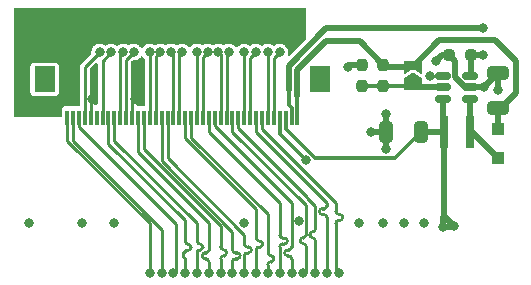
<source format=gbr>
G04 #@! TF.GenerationSoftware,KiCad,Pcbnew,6.0.7-1.fc35*
G04 #@! TF.CreationDate,2022-09-05T19:13:25-05:00*
G04 #@! TF.ProjectId,lcd-adapter,6c63642d-6164-4617-9074-65722e6b6963,rev?*
G04 #@! TF.SameCoordinates,Original*
G04 #@! TF.FileFunction,Copper,L1,Top*
G04 #@! TF.FilePolarity,Positive*
%FSLAX46Y46*%
G04 Gerber Fmt 4.6, Leading zero omitted, Abs format (unit mm)*
G04 Created by KiCad (PCBNEW 6.0.7-1.fc35) date 2022-09-05 19:13:25*
%MOMM*%
%LPD*%
G01*
G04 APERTURE LIST*
G04 Aperture macros list*
%AMRoundRect*
0 Rectangle with rounded corners*
0 $1 Rounding radius*
0 $2 $3 $4 $5 $6 $7 $8 $9 X,Y pos of 4 corners*
0 Add a 4 corners polygon primitive as box body*
4,1,4,$2,$3,$4,$5,$6,$7,$8,$9,$2,$3,0*
0 Add four circle primitives for the rounded corners*
1,1,$1+$1,$2,$3*
1,1,$1+$1,$4,$5*
1,1,$1+$1,$6,$7*
1,1,$1+$1,$8,$9*
0 Add four rect primitives between the rounded corners*
20,1,$1+$1,$2,$3,$4,$5,0*
20,1,$1+$1,$4,$5,$6,$7,0*
20,1,$1+$1,$6,$7,$8,$9,0*
20,1,$1+$1,$8,$9,$2,$3,0*%
%AMFreePoly0*
4,1,6,1.000000,0.000000,0.500000,-0.750000,-0.500000,-0.750000,-0.500000,0.750000,0.500000,0.750000,1.000000,0.000000,1.000000,0.000000,$1*%
%AMFreePoly1*
4,1,6,0.500000,-0.750000,-0.650000,-0.750000,-0.150000,0.000000,-0.650000,0.750000,0.500000,0.750000,0.500000,-0.750000,0.500000,-0.750000,$1*%
G04 Aperture macros list end*
G04 #@! TA.AperFunction,SMDPad,CuDef*
%ADD10R,0.300000X1.300000*%
G04 #@! TD*
G04 #@! TA.AperFunction,SMDPad,CuDef*
%ADD11R,1.800000X2.200000*%
G04 #@! TD*
G04 #@! TA.AperFunction,SMDPad,CuDef*
%ADD12R,1.000000X1.000000*%
G04 #@! TD*
G04 #@! TA.AperFunction,SMDPad,CuDef*
%ADD13RoundRect,0.250000X0.650000X-0.325000X0.650000X0.325000X-0.650000X0.325000X-0.650000X-0.325000X0*%
G04 #@! TD*
G04 #@! TA.AperFunction,SMDPad,CuDef*
%ADD14RoundRect,0.237500X-0.237500X0.250000X-0.237500X-0.250000X0.237500X-0.250000X0.237500X0.250000X0*%
G04 #@! TD*
G04 #@! TA.AperFunction,SMDPad,CuDef*
%ADD15FreePoly0,90.000000*%
G04 #@! TD*
G04 #@! TA.AperFunction,SMDPad,CuDef*
%ADD16FreePoly1,90.000000*%
G04 #@! TD*
G04 #@! TA.AperFunction,SMDPad,CuDef*
%ADD17RoundRect,0.237500X0.250000X0.237500X-0.250000X0.237500X-0.250000X-0.237500X0.250000X-0.237500X0*%
G04 #@! TD*
G04 #@! TA.AperFunction,SMDPad,CuDef*
%ADD18RoundRect,0.250000X0.325000X0.650000X-0.325000X0.650000X-0.325000X-0.650000X0.325000X-0.650000X0*%
G04 #@! TD*
G04 #@! TA.AperFunction,SMDPad,CuDef*
%ADD19RoundRect,0.150000X0.512500X0.150000X-0.512500X0.150000X-0.512500X-0.150000X0.512500X-0.150000X0*%
G04 #@! TD*
G04 #@! TA.AperFunction,SMDPad,CuDef*
%ADD20R,0.800000X2.700000*%
G04 #@! TD*
G04 #@! TA.AperFunction,SMDPad,CuDef*
%ADD21RoundRect,0.237500X0.237500X-0.250000X0.237500X0.250000X-0.237500X0.250000X-0.237500X-0.250000X0*%
G04 #@! TD*
G04 #@! TA.AperFunction,ViaPad*
%ADD22C,0.800000*%
G04 #@! TD*
G04 #@! TA.AperFunction,Conductor*
%ADD23C,0.300000*%
G04 #@! TD*
G04 #@! TA.AperFunction,Conductor*
%ADD24C,0.500000*%
G04 #@! TD*
G04 #@! TA.AperFunction,Conductor*
%ADD25C,0.220000*%
G04 #@! TD*
G04 APERTURE END LIST*
D10*
G04 #@! TO.P,J1,1,Pin_1*
G04 #@! TO.N,/VLED+*
X125000000Y-84550000D03*
G04 #@! TO.P,J1,2,Pin_2*
G04 #@! TO.N,/VLED-*
X124500000Y-84550000D03*
G04 #@! TO.P,J1,3,Pin_3*
G04 #@! TO.N,+3.3V*
X124000000Y-84550000D03*
G04 #@! TO.P,J1,4,Pin_4*
G04 #@! TO.N,GND*
X123500000Y-84550000D03*
G04 #@! TO.P,J1,5,Pin_5*
G04 #@! TO.N,/PIN_M24 P*
X123000000Y-84550000D03*
G04 #@! TO.P,J1,6,Pin_6*
G04 #@! TO.N,/PIN_L24_N*
X122500000Y-84550000D03*
G04 #@! TO.P,J1,7,Pin_7*
G04 #@! TO.N,/PIN_L22 P*
X122000000Y-84550000D03*
G04 #@! TO.P,J1,8,Pin_8*
G04 #@! TO.N,/PIN_K22_N*
X121500000Y-84550000D03*
G04 #@! TO.P,J1,9,Pin_9*
G04 #@! TO.N,/PIN_J24 P*
X121000000Y-84550000D03*
G04 #@! TO.P,J1,10,Pin_10*
G04 #@! TO.N,/PIN_J25_N*
X120500000Y-84550000D03*
G04 #@! TO.P,J1,11,Pin_11*
G04 #@! TO.N,/PIN_N19 P*
X120000000Y-84550000D03*
G04 #@! TO.P,J1,12,Pin_12*
G04 #@! TO.N,/PIN_M20_N*
X119500000Y-84550000D03*
G04 #@! TO.P,J1,13,Pin_13*
G04 #@! TO.N,/PIN_H21 P*
X119000000Y-84550000D03*
G04 #@! TO.P,J1,14,Pin_14*
G04 #@! TO.N,/PIN_G21_N*
X118500000Y-84550000D03*
G04 #@! TO.P,J1,15,Pin_15*
G04 #@! TO.N,/PIN_J21 P*
X118000000Y-84550000D03*
G04 #@! TO.P,J1,16,Pin_16*
G04 #@! TO.N,/PIN_H22_N*
X117500000Y-84550000D03*
G04 #@! TO.P,J1,17,Pin_17*
G04 #@! TO.N,/PIN_E21 P*
X117000000Y-84550000D03*
G04 #@! TO.P,J1,18,Pin_18*
G04 #@! TO.N,/PIN_E22_N*
X116500000Y-84550000D03*
G04 #@! TO.P,J1,19,Pin_19*
G04 #@! TO.N,/PIN_J26 P*
X116000000Y-84550000D03*
G04 #@! TO.P,J1,20,Pin_20*
G04 #@! TO.N,/PIN_H26_N*
X115500000Y-84550000D03*
G04 #@! TO.P,J1,21,Pin_21*
G04 #@! TO.N,/PIN_G22_P*
X115000000Y-84550000D03*
G04 #@! TO.P,J1,22,Pin_22*
G04 #@! TO.N,/PIN_F23_N*
X114500000Y-84550000D03*
G04 #@! TO.P,J1,23,Pin_23*
G04 #@! TO.N,/PIN_G25 P*
X114000000Y-84550000D03*
G04 #@! TO.P,J1,24,Pin_24*
G04 #@! TO.N,/PIN_G26_N*
X113500000Y-84550000D03*
G04 #@! TO.P,J1,25,Pin_25*
G04 #@! TO.N,/PIN_E25 P*
X113000000Y-84550000D03*
G04 #@! TO.P,J1,26,Pin_26*
G04 #@! TO.N,/PIN_D25_N*
X112500000Y-84550000D03*
G04 #@! TO.P,J1,27,Pin_27*
G04 #@! TO.N,/PIN_F25 P*
X112000000Y-84550000D03*
G04 #@! TO.P,J1,28,Pin_28*
G04 #@! TO.N,/PIN_E26_N*
X111500000Y-84550000D03*
G04 #@! TO.P,J1,29,Pin_29*
G04 #@! TO.N,GND*
X111000000Y-84550000D03*
G04 #@! TO.P,J1,30,Pin_30*
G04 #@! TO.N,/PIN_D23 P*
X110500000Y-84550000D03*
G04 #@! TO.P,J1,31,Pin_31*
G04 #@! TO.N,/PIN_D24_N*
X110000000Y-84550000D03*
G04 #@! TO.P,J1,32,Pin_32*
G04 #@! TO.N,/PIN_D26 P*
X109500000Y-84550000D03*
G04 #@! TO.P,J1,33,Pin_33*
G04 #@! TO.N,/PIN_C26_N*
X109000000Y-84550000D03*
G04 #@! TO.P,J1,34,Pin_34*
G04 #@! TO.N,/PIN_F22 P*
X108500000Y-84550000D03*
G04 #@! TO.P,J1,35,Pin_35*
G04 #@! TO.N,unconnected-(J1-Pad35)*
X108000000Y-84550000D03*
G04 #@! TO.P,J1,36,Pin_36*
G04 #@! TO.N,GND*
X107500000Y-84550000D03*
G04 #@! TO.P,J1,37,Pin_37*
G04 #@! TO.N,/PIN_E23_N*
X107000000Y-84550000D03*
G04 #@! TO.P,J1,38,Pin_38*
G04 #@! TO.N,/PIN_A23 P*
X106500000Y-84550000D03*
G04 #@! TO.P,J1,39,Pin_39*
G04 #@! TO.N,/PIN_A24_N*
X106000000Y-84550000D03*
G04 #@! TO.P,J1,40,Pin_40*
G04 #@! TO.N,/PIN_B20 P*
X105500000Y-84550000D03*
D11*
G04 #@! TO.P,J1,MP*
G04 #@! TO.N,N/C*
X126900000Y-81300000D03*
X103600000Y-81300000D03*
G04 #@! TD*
D12*
G04 #@! TO.P,D1,1,K*
G04 #@! TO.N,/VLED+*
X142000000Y-85500000D03*
G04 #@! TO.P,D1,2,A*
G04 #@! TO.N,Net-(D1-Pad2)*
X142000000Y-88000000D03*
G04 #@! TD*
D13*
G04 #@! TO.P,C2,1*
G04 #@! TO.N,/VLED+*
X142000000Y-83725000D03*
G04 #@! TO.P,C2,2*
G04 #@! TO.N,GND*
X142000000Y-80775000D03*
G04 #@! TD*
D14*
G04 #@! TO.P,R1,1*
G04 #@! TO.N,/VLED+*
X132250000Y-80087500D03*
G04 #@! TO.P,R1,2*
G04 #@! TO.N,Net-(JP1-Pad1)*
X132250000Y-81912500D03*
G04 #@! TD*
D15*
G04 #@! TO.P,JP1,1,A*
G04 #@! TO.N,Net-(JP1-Pad1)*
X134750000Y-81725000D03*
D16*
G04 #@! TO.P,JP1,2,B*
G04 #@! TO.N,/VLED+*
X134750000Y-80275000D03*
G04 #@! TD*
D17*
G04 #@! TO.P,R3,1*
G04 #@! TO.N,/VLED-*
X139662500Y-79250000D03*
G04 #@! TO.P,R3,2*
G04 #@! TO.N,GND*
X137837500Y-79250000D03*
G04 #@! TD*
D18*
G04 #@! TO.P,C1,1*
G04 #@! TO.N,+3.3V*
X135475000Y-85750000D03*
G04 #@! TO.P,C1,2*
G04 #@! TO.N,GND*
X132525000Y-85750000D03*
G04 #@! TD*
D19*
G04 #@! TO.P,U1,1,SW*
G04 #@! TO.N,Net-(D1-Pad2)*
X139637500Y-82950000D03*
G04 #@! TO.P,U1,2,GND*
G04 #@! TO.N,GND*
X139637500Y-82000000D03*
G04 #@! TO.P,U1,3,FB*
G04 #@! TO.N,/VLED-*
X139637500Y-81050000D03*
G04 #@! TO.P,U1,4,CTRL*
G04 #@! TO.N,/PIN_J32 N*
X137362500Y-81050000D03*
G04 #@! TO.P,U1,5,OV*
G04 #@! TO.N,Net-(JP1-Pad1)*
X137362500Y-82000000D03*
G04 #@! TO.P,U1,6,VIN*
G04 #@! TO.N,+3.3V*
X137362500Y-82950000D03*
G04 #@! TD*
D20*
G04 #@! TO.P,L1,1,1*
G04 #@! TO.N,+3.3V*
X137400000Y-85750000D03*
G04 #@! TO.P,L1,2,2*
G04 #@! TO.N,Net-(D1-Pad2)*
X139600000Y-85750000D03*
G04 #@! TD*
D21*
G04 #@! TO.P,R2,1*
G04 #@! TO.N,Net-(JP1-Pad1)*
X130500000Y-81912500D03*
G04 #@! TO.P,R2,2*
G04 #@! TO.N,GND*
X130500000Y-80087500D03*
G04 #@! TD*
D22*
G04 #@! TO.N,+3.3V*
X138250000Y-93750000D03*
X137300000Y-93800000D03*
G04 #@! TO.N,GND*
X134000000Y-93500000D03*
X132500000Y-84250000D03*
X132525000Y-87225000D03*
X130250000Y-93500000D03*
X106750000Y-93500000D03*
X142000000Y-82250000D03*
X129250000Y-80250000D03*
X132250000Y-93500000D03*
X135750000Y-93500000D03*
X102750000Y-76750000D03*
X111250000Y-83000000D03*
X120500000Y-93500000D03*
X140775000Y-82000000D03*
X111500000Y-76750000D03*
X102250000Y-93500000D03*
X115500000Y-76750000D03*
X109500000Y-93500000D03*
X125109500Y-93290069D03*
X107609500Y-83000000D03*
X123750000Y-76750000D03*
X136750000Y-79750000D03*
X131250000Y-85750000D03*
X125685966Y-88104499D03*
X107250000Y-76750000D03*
X105500000Y-79500000D03*
X119500000Y-76750000D03*
G04 #@! TO.N,/PIN_J24 P*
X121500000Y-79000000D03*
G04 #@! TO.N,/PIN_N19 P*
X126500000Y-97750000D03*
G04 #@! TO.N,/PIN_E21 P*
X117399503Y-79000000D03*
G04 #@! TO.N,/PIN_G25 P*
X120500000Y-97750000D03*
G04 #@! TO.N,/PIN_A23 P*
X114500000Y-97750000D03*
G04 #@! TO.N,/PIN_D26 P*
X116500000Y-97750000D03*
G04 #@! TO.N,/PIN_L22 P*
X128500000Y-97750000D03*
G04 #@! TO.N,/PIN_E25 P*
X113399503Y-79000000D03*
G04 #@! TO.N,/PIN_J21 P*
X124500000Y-97750000D03*
G04 #@! TO.N,/PIN_D23 P*
X111149503Y-79000000D03*
G04 #@! TO.N,/PIN_J26 P*
X122500000Y-97750000D03*
G04 #@! TO.N,/PIN_F22 P*
X109250000Y-79000000D03*
G04 #@! TO.N,/PIN_F25 P*
X118500000Y-97750000D03*
G04 #@! TO.N,/PIN_H21 P*
X119198509Y-79000000D03*
G04 #@! TO.N,/PIN_M24 P*
X123500000Y-79000000D03*
G04 #@! TO.N,/PIN_G22_P*
X115250000Y-79000000D03*
G04 #@! TO.N,/VLED-*
X140750000Y-77000000D03*
X140750000Y-79250000D03*
G04 #@! TO.N,/PIN_L24_N*
X122500000Y-79000000D03*
G04 #@! TO.N,/PIN_J25_N*
X120500000Y-79000000D03*
G04 #@! TO.N,/PIN_G21_N*
X118299006Y-79000000D03*
G04 #@! TO.N,/PIN_E22_N*
X116500000Y-79000000D03*
G04 #@! TO.N,/PIN_F23_N*
X114299006Y-79000000D03*
G04 #@! TO.N,/PIN_D25_N*
X112500000Y-79000000D03*
G04 #@! TO.N,/PIN_D24_N*
X110250000Y-79000000D03*
G04 #@! TO.N,/PIN_E23_N*
X108250000Y-79000000D03*
G04 #@! TO.N,/PIN_K22_N*
X127500000Y-97750000D03*
G04 #@! TO.N,/PIN_M20_N*
X125500000Y-97750000D03*
G04 #@! TO.N,/PIN_H22_N*
X123500000Y-97750000D03*
G04 #@! TO.N,/PIN_H26_N*
X121500000Y-97750000D03*
G04 #@! TO.N,/PIN_G26_N*
X119500000Y-97750000D03*
G04 #@! TO.N,/PIN_E26_N*
X117500000Y-97750000D03*
G04 #@! TO.N,/PIN_C26_N*
X115500000Y-97750000D03*
G04 #@! TO.N,/PIN_A24_N*
X113500000Y-97750000D03*
G04 #@! TO.N,/PIN_B20 P*
X112500000Y-97750000D03*
G04 #@! TO.N,/PIN_J32 N*
X136250000Y-81000000D03*
G04 #@! TD*
D23*
G04 #@! TO.N,+3.3V*
X126500000Y-88000000D02*
X133225000Y-88000000D01*
D24*
X135475000Y-85750000D02*
X137400000Y-85750000D01*
D23*
X124000000Y-85500000D02*
X126500000Y-88000000D01*
D24*
X138250000Y-93750000D02*
X137400000Y-92900000D01*
D23*
X124000000Y-84550000D02*
X124000000Y-85500000D01*
D24*
X137362500Y-82950000D02*
X137362500Y-85712500D01*
X137362500Y-85712500D02*
X137400000Y-85750000D01*
X137300000Y-93800000D02*
X137300000Y-93000000D01*
D23*
X133225000Y-88000000D02*
X135475000Y-85750000D01*
D24*
X138200000Y-93800000D02*
X138250000Y-93750000D01*
X137300000Y-93000000D02*
X137400000Y-92900000D01*
X137300000Y-93800000D02*
X138200000Y-93800000D01*
X137400000Y-92900000D02*
X137400000Y-85750000D01*
G04 #@! TO.N,GND*
X130500000Y-80087500D02*
X129412500Y-80087500D01*
D25*
X107500000Y-83109500D02*
X107609500Y-83000000D01*
D24*
X139637500Y-82000000D02*
X139217893Y-82000000D01*
X129412500Y-80087500D02*
X129250000Y-80250000D01*
D25*
X111000000Y-84550000D02*
X111000000Y-83250000D01*
D24*
X142000000Y-80775000D02*
X142000000Y-82250000D01*
X137250000Y-79250000D02*
X136750000Y-79750000D01*
D23*
X123500000Y-84550000D02*
X123500000Y-85918533D01*
D24*
X138375000Y-81157107D02*
X138375000Y-79787500D01*
D25*
X111000000Y-83250000D02*
X111250000Y-83000000D01*
D24*
X132525000Y-85750000D02*
X132525000Y-87225000D01*
X138375000Y-79787500D02*
X137837500Y-79250000D01*
X140775000Y-82000000D02*
X142000000Y-80775000D01*
X132525000Y-84275000D02*
X132500000Y-84250000D01*
X132525000Y-85750000D02*
X132525000Y-84275000D01*
X139637500Y-82000000D02*
X140775000Y-82000000D01*
X139217893Y-82000000D02*
X138375000Y-81157107D01*
D25*
X107500000Y-84550000D02*
X107500000Y-83109500D01*
D24*
X137837500Y-79250000D02*
X137250000Y-79250000D01*
D23*
X123500000Y-85918533D02*
X125685966Y-88104499D01*
D24*
X132525000Y-85750000D02*
X131250000Y-85750000D01*
D25*
G04 #@! TO.N,/PIN_J24 P*
X121000000Y-79500000D02*
X121500000Y-79000000D01*
X121000000Y-84550000D02*
X121000000Y-79500000D01*
G04 #@! TO.N,/PIN_N19 P*
X126500000Y-92000000D02*
X126500000Y-94000000D01*
X126500000Y-95000000D02*
X126500000Y-97750000D01*
X126050000Y-94450000D02*
X126050000Y-94500000D01*
X125819501Y-91319501D02*
X126500000Y-92000000D01*
X120000000Y-84550000D02*
X120000000Y-85468158D01*
X125819501Y-91287659D02*
X125819501Y-91319501D01*
X126500000Y-94950000D02*
X126500000Y-95000000D01*
X120000000Y-85468158D02*
X125819501Y-91287659D01*
X126275000Y-94225000D02*
G75*
G03*
X126500000Y-94000000I0J225000D01*
G01*
X126500000Y-94950000D02*
G75*
G03*
X126275000Y-94725000I-225000J0D01*
G01*
X126050000Y-94450000D02*
G75*
G02*
X126275000Y-94225000I225000J0D01*
G01*
X126275000Y-94725000D02*
G75*
G02*
X126050000Y-94500000I0J225000D01*
G01*
G04 #@! TO.N,/PIN_E21 P*
X117000000Y-84550000D02*
X117000000Y-79399503D01*
X117000000Y-79399503D02*
X117399503Y-79000000D01*
G04 #@! TO.N,/PIN_G25 P*
X114000000Y-88000000D02*
X114000000Y-84550000D01*
X120500000Y-95200000D02*
X120500000Y-94500000D01*
X120500000Y-97750000D02*
X120500000Y-96250000D01*
X120750000Y-96000000D02*
X120843908Y-96000000D01*
X120500000Y-95250000D02*
X120500000Y-95200000D01*
X120843908Y-95500000D02*
X120750000Y-95500000D01*
X120500000Y-94500000D02*
X114000000Y-88000000D01*
X120843908Y-95499992D02*
G75*
G02*
X121093908Y-95750000I-8J-250008D01*
G01*
X120500000Y-95250000D02*
G75*
G03*
X120750000Y-95500000I250000J0D01*
G01*
X121093900Y-95750000D02*
G75*
G02*
X120843908Y-96000000I-250000J0D01*
G01*
X120750000Y-96000000D02*
G75*
G03*
X120500000Y-96250000I0J-250000D01*
G01*
G04 #@! TO.N,/PIN_A23 P*
X106500000Y-85318158D02*
X106500000Y-84550000D01*
X114719000Y-97531000D02*
X114719000Y-93537158D01*
X114719000Y-93537158D02*
X106500000Y-85318158D01*
X114500000Y-97750000D02*
X114719000Y-97531000D01*
G04 #@! TO.N,/PIN_D26 P*
X116500000Y-97750000D02*
X116500000Y-96000000D01*
X116990355Y-95509646D02*
X116990355Y-95500000D01*
X116500000Y-95000000D02*
X116500000Y-93500000D01*
X116500000Y-95009646D02*
X116500000Y-95000000D01*
X109500000Y-86500000D02*
X109500000Y-84550000D01*
X116745177Y-95754823D02*
X116745178Y-95754823D01*
X116745178Y-95254823D02*
X116745177Y-95254823D01*
X116500000Y-93500000D02*
X109500000Y-86500000D01*
X116745177Y-95754800D02*
G75*
G03*
X116500000Y-96000000I23J-245200D01*
G01*
X116745178Y-95254845D02*
G75*
G02*
X116990355Y-95500000I22J-245155D01*
G01*
X116499977Y-95009646D02*
G75*
G03*
X116745177Y-95254823I245223J46D01*
G01*
X116990423Y-95509646D02*
G75*
G02*
X116745178Y-95754823I-245223J46D01*
G01*
G04 #@! TO.N,/PIN_L22 P*
X128250000Y-93550000D02*
X128250000Y-97500000D01*
X122000000Y-85500000D02*
X128250000Y-91750000D01*
X122000000Y-84550000D02*
X122000000Y-85500000D01*
X128250000Y-97500000D02*
X128500000Y-97750000D01*
X128250000Y-91750000D02*
X128250000Y-92500000D01*
X128593909Y-93250000D02*
X128500000Y-93250000D01*
X128250000Y-93500000D02*
X128250000Y-93550000D01*
X128500000Y-92750000D02*
X128593909Y-92750000D01*
X128843900Y-93000000D02*
G75*
G03*
X128593909Y-92750000I-250000J0D01*
G01*
X128250000Y-93500000D02*
G75*
G02*
X128500000Y-93250000I250000J0D01*
G01*
X128500000Y-92750000D02*
G75*
G02*
X128250000Y-92500000I0J250000D01*
G01*
X128593909Y-93250009D02*
G75*
G03*
X128843909Y-93000000I-9J250009D01*
G01*
G04 #@! TO.N,/PIN_E25 P*
X113000000Y-84550000D02*
X113000000Y-79399503D01*
X113000000Y-79399503D02*
X113399503Y-79000000D01*
G04 #@! TO.N,/PIN_J21 P*
X124500000Y-95500000D02*
X124500000Y-94303867D01*
X124500000Y-97750000D02*
X124500000Y-96500000D01*
X124500000Y-94303867D02*
X124500000Y-91770000D01*
X124500000Y-91770000D02*
X118000000Y-85270000D01*
X124250000Y-96250000D02*
X124156092Y-96250000D01*
X118000000Y-85270000D02*
X118000000Y-84550000D01*
X124156092Y-95750000D02*
X124250000Y-95750000D01*
X124500000Y-95500000D02*
G75*
G02*
X124250000Y-95750000I-250000J0D01*
G01*
X123906100Y-96000000D02*
G75*
G03*
X124156092Y-96250000I250000J0D01*
G01*
X124156092Y-95749992D02*
G75*
G03*
X123906092Y-96000000I8J-250008D01*
G01*
X124250000Y-96250000D02*
G75*
G02*
X124500000Y-96500000I0J-250000D01*
G01*
G04 #@! TO.N,/PIN_D23 P*
X110500000Y-84550000D02*
X110500000Y-79649503D01*
X110500000Y-79649503D02*
X111149503Y-79000000D01*
G04 #@! TO.N,/PIN_J26 P*
X122500000Y-92750000D02*
X116000000Y-86250000D01*
X122761066Y-96250000D02*
X122750000Y-96250000D01*
X122500000Y-94232760D02*
X122500000Y-92750000D01*
X122750000Y-96750000D02*
X122761066Y-96750000D01*
X122500000Y-96000000D02*
X122500000Y-94232760D01*
X122500000Y-97750000D02*
X122500000Y-97000000D01*
X116000000Y-86250000D02*
X116000000Y-84550000D01*
X122761066Y-96250034D02*
G75*
G02*
X123011066Y-96500000I34J-249966D01*
G01*
X122750000Y-96750000D02*
G75*
G03*
X122500000Y-97000000I0J-250000D01*
G01*
X122500000Y-96000000D02*
G75*
G03*
X122750000Y-96250000I250000J0D01*
G01*
X123011100Y-96500000D02*
G75*
G02*
X122761066Y-96750000I-250000J0D01*
G01*
G04 #@! TO.N,/PIN_F22 P*
X108500000Y-84550000D02*
X108500000Y-79750000D01*
X108500000Y-79750000D02*
X109250000Y-79000000D01*
G04 #@! TO.N,/PIN_F25 P*
X118750000Y-96250000D02*
X118761066Y-96250000D01*
X118500000Y-97750000D02*
X118500000Y-96500000D01*
X118761066Y-95750000D02*
X118750000Y-95750000D01*
X112000000Y-87250000D02*
X112000000Y-84550000D01*
X118500000Y-95450000D02*
X118500000Y-93750000D01*
X118500000Y-93750000D02*
X112000000Y-87250000D01*
X118500000Y-95500000D02*
X118500000Y-95450000D01*
X118750000Y-96250000D02*
G75*
G03*
X118500000Y-96500000I0J-250000D01*
G01*
X118761066Y-95750034D02*
G75*
G02*
X119011066Y-96000000I34J-249966D01*
G01*
X118500000Y-95500000D02*
G75*
G03*
X118750000Y-95750000I250000J0D01*
G01*
X119011100Y-96000000D02*
G75*
G02*
X118761066Y-96250000I-250000J0D01*
G01*
G04 #@! TO.N,/PIN_H21 P*
X119000000Y-84550000D02*
X119000000Y-79198509D01*
X119000000Y-79198509D02*
X119198509Y-79000000D01*
G04 #@! TO.N,/PIN_M24 P*
X123000000Y-79500000D02*
X123500000Y-79000000D01*
X123000000Y-84550000D02*
X123000000Y-79500000D01*
G04 #@! TO.N,/PIN_G22_P*
X115000000Y-79250000D02*
X115250000Y-79000000D01*
X115000000Y-84550000D02*
X115000000Y-79250000D01*
D24*
G04 #@! TO.N,Net-(D1-Pad2)*
X139750000Y-85750000D02*
X142000000Y-88000000D01*
X139600000Y-85750000D02*
X139600000Y-82987500D01*
X139600000Y-82987500D02*
X139637500Y-82950000D01*
X139600000Y-85750000D02*
X139750000Y-85750000D01*
D23*
G04 #@! TO.N,/VLED+*
X125000000Y-84550000D02*
X125000000Y-82750000D01*
D24*
X142000000Y-85500000D02*
X142000000Y-83725000D01*
X143500000Y-82500000D02*
X143500000Y-79750000D01*
X127400499Y-78099501D02*
X125000000Y-80500000D01*
X141750000Y-78000000D02*
X137025000Y-78000000D01*
X132250000Y-80087500D02*
X130262001Y-78099501D01*
X134750000Y-80275000D02*
X132437500Y-80275000D01*
X125000000Y-80500000D02*
X125000000Y-82750000D01*
X143500000Y-79750000D02*
X141750000Y-78000000D01*
X142275000Y-83725000D02*
X143500000Y-82500000D01*
X130262001Y-78099501D02*
X127400499Y-78099501D01*
X142000000Y-83725000D02*
X142275000Y-83725000D01*
X137025000Y-78000000D02*
X134750000Y-80275000D01*
X132437500Y-80275000D02*
X132250000Y-80087500D01*
G04 #@! TO.N,/VLED-*
X139662500Y-81025000D02*
X139637500Y-81050000D01*
D23*
X124500000Y-84550000D02*
X124500000Y-83750000D01*
D24*
X139662500Y-79250000D02*
X140750000Y-79250000D01*
D23*
X124250000Y-83500000D02*
X124250000Y-82250000D01*
D24*
X124250000Y-82250000D02*
X124250000Y-80201089D01*
X124250000Y-80201089D02*
X127451089Y-77000000D01*
D23*
X124500000Y-83750000D02*
X124250000Y-83500000D01*
D24*
X127451089Y-77000000D02*
X140750000Y-77000000D01*
X139662500Y-79250000D02*
X139662500Y-81025000D01*
D25*
G04 #@! TO.N,/PIN_L24_N*
X122500000Y-84550000D02*
X122500000Y-79000000D01*
G04 #@! TO.N,/PIN_J25_N*
X120500000Y-84550000D02*
X120500000Y-79000000D01*
G04 #@! TO.N,/PIN_G21_N*
X118500000Y-84550000D02*
X118500000Y-79200994D01*
X118500000Y-79200994D02*
X118299006Y-79000000D01*
G04 #@! TO.N,/PIN_E22_N*
X116500000Y-84550000D02*
X116500000Y-79000000D01*
G04 #@! TO.N,/PIN_F23_N*
X114500000Y-79200994D02*
X114299006Y-79000000D01*
X114500000Y-84550000D02*
X114500000Y-79200994D01*
G04 #@! TO.N,/PIN_D25_N*
X112500000Y-84550000D02*
X112500000Y-79000000D01*
G04 #@! TO.N,/PIN_D24_N*
X110000000Y-79250000D02*
X110250000Y-79000000D01*
X110000000Y-84550000D02*
X110000000Y-79250000D01*
G04 #@! TO.N,/PIN_E23_N*
X107000000Y-84550000D02*
X107000000Y-80250000D01*
X107000000Y-80250000D02*
X108250000Y-79000000D01*
G04 #@! TO.N,/PIN_K22_N*
X127500000Y-91750000D02*
X121500000Y-85750000D01*
X127500000Y-92000000D02*
X127500000Y-91950000D01*
X127100000Y-92250000D02*
X127250000Y-92250000D01*
X127250000Y-92750000D02*
X127100000Y-92750000D01*
X121500000Y-85750000D02*
X121500000Y-84550000D01*
X127500000Y-97750000D02*
X127500000Y-93000000D01*
X127500000Y-91950000D02*
X127500000Y-91750000D01*
X127250000Y-92750000D02*
G75*
G02*
X127500000Y-93000000I0J-250000D01*
G01*
X127500000Y-92000000D02*
G75*
G02*
X127250000Y-92250000I-250000J0D01*
G01*
X127100000Y-92250000D02*
G75*
G03*
X126850000Y-92500000I0J-250000D01*
G01*
X126850000Y-92500000D02*
G75*
G03*
X127100000Y-92750000I250000J0D01*
G01*
G04 #@! TO.N,/PIN_M20_N*
X125477757Y-95210242D02*
X125477758Y-95210242D01*
X125719000Y-91969000D02*
X125719000Y-94469000D01*
X125236515Y-94951484D02*
X125236515Y-94969000D01*
X125719000Y-95469000D02*
X125719000Y-97531000D01*
X125719000Y-97531000D02*
X125500000Y-97750000D01*
X125719000Y-95451484D02*
X125719000Y-95469000D01*
X125477758Y-94710242D02*
X125477757Y-94710242D01*
X119500000Y-84550000D02*
X119500000Y-85750000D01*
X119500000Y-85750000D02*
X125719000Y-91969000D01*
X125477758Y-94710200D02*
G75*
G03*
X125719000Y-94469000I42J241200D01*
G01*
X125719058Y-95451484D02*
G75*
G03*
X125477758Y-95210242I-241258J-16D01*
G01*
X125477757Y-95210285D02*
G75*
G02*
X125236515Y-94969000I43J241285D01*
G01*
X125236542Y-94951484D02*
G75*
G02*
X125477757Y-94710242I241258J-16D01*
G01*
G04 #@! TO.N,/PIN_H22_N*
X123500000Y-94500000D02*
X123500000Y-93749232D01*
X123500000Y-91750000D02*
X117500000Y-85750000D01*
X123750000Y-95250000D02*
X123900000Y-95250000D01*
X123900000Y-94750000D02*
X123750000Y-94750000D01*
X117500000Y-85750000D02*
X117500000Y-84550000D01*
X123500000Y-93749232D02*
X123500000Y-91750000D01*
X123500000Y-97750000D02*
X123500000Y-95500000D01*
X123750000Y-95250000D02*
G75*
G03*
X123500000Y-95500000I0J-250000D01*
G01*
X124150000Y-95000000D02*
G75*
G02*
X123900000Y-95250000I-250000J0D01*
G01*
X123900000Y-94750000D02*
G75*
G02*
X124150000Y-95000000I0J-250000D01*
G01*
X123500000Y-94500000D02*
G75*
G03*
X123750000Y-94750000I250000J0D01*
G01*
G04 #@! TO.N,/PIN_H26_N*
X121500000Y-92250000D02*
X115500000Y-86250000D01*
X121500000Y-94147432D02*
X121500000Y-92250000D01*
X115500000Y-86250000D02*
X115500000Y-84550000D01*
X121500000Y-97750000D02*
X121500000Y-95750000D01*
X121823198Y-95000000D02*
X121750000Y-95000000D01*
X121500000Y-94750000D02*
X121500000Y-94147432D01*
X121750000Y-95500000D02*
X121823198Y-95500000D01*
X122073200Y-95250000D02*
G75*
G02*
X121823198Y-95500000I-250000J0D01*
G01*
X121500000Y-94750000D02*
G75*
G03*
X121750000Y-95000000I250000J0D01*
G01*
X121750000Y-95500000D02*
G75*
G03*
X121500000Y-95750000I0J-250000D01*
G01*
X121823198Y-95000002D02*
G75*
G02*
X122073198Y-95250000I2J-249998D01*
G01*
G04 #@! TO.N,/PIN_G26_N*
X119900000Y-96000000D02*
X119750000Y-96000000D01*
X119750000Y-96500000D02*
X119900000Y-96500000D01*
X119500000Y-94250000D02*
X113500000Y-88250000D01*
X113500000Y-88250000D02*
X113500000Y-84550000D01*
X119500000Y-95750000D02*
X119500000Y-95700000D01*
X119500000Y-97750000D02*
X119500000Y-96750000D01*
X119500000Y-95700000D02*
X119500000Y-94250000D01*
X119900000Y-96000000D02*
G75*
G02*
X120150000Y-96250000I0J-250000D01*
G01*
X119500000Y-95750000D02*
G75*
G03*
X119750000Y-96000000I250000J0D01*
G01*
X119750000Y-96500000D02*
G75*
G03*
X119500000Y-96750000I0J-250000D01*
G01*
X120150000Y-96250000D02*
G75*
G02*
X119900000Y-96500000I-250000J0D01*
G01*
G04 #@! TO.N,/PIN_E26_N*
X117500000Y-97750000D02*
X117500000Y-96750000D01*
X117500000Y-93500000D02*
X111500000Y-87500000D01*
X117250000Y-96500000D02*
X117176802Y-96500000D01*
X111500000Y-87500000D02*
X111500000Y-84550000D01*
X117176802Y-96000000D02*
X117250000Y-96000000D01*
X117500000Y-95750000D02*
X117500000Y-95057602D01*
X117500000Y-95057602D02*
X117500000Y-93500000D01*
X117500000Y-95750000D02*
G75*
G02*
X117250000Y-96000000I-250000J0D01*
G01*
X117250000Y-96500000D02*
G75*
G02*
X117500000Y-96750000I0J-250000D01*
G01*
X116926800Y-96250000D02*
G75*
G03*
X117176802Y-96500000I250000J0D01*
G01*
X117176802Y-96000002D02*
G75*
G03*
X116926802Y-96250000I-2J-249998D01*
G01*
G04 #@! TO.N,/PIN_C26_N*
X115426577Y-96426577D02*
X115426576Y-96426577D01*
X115353153Y-96353154D02*
X115353153Y-96000000D01*
X115748424Y-95275000D02*
X115748423Y-95275000D01*
X115500000Y-95926577D02*
X115500000Y-95775000D01*
X115426576Y-95926577D02*
X115426577Y-95926577D01*
X115996847Y-95526577D02*
X115996847Y-95523423D01*
X115500000Y-93250000D02*
X109000000Y-86750000D01*
X115426577Y-95926577D02*
X115500000Y-95926577D01*
X109000000Y-86750000D02*
X109000000Y-84550000D01*
X115500000Y-97750000D02*
X115500000Y-96500000D01*
X115500000Y-94986495D02*
X115500000Y-93250000D01*
X115500000Y-95775000D02*
X115748424Y-95775000D01*
X115500000Y-95026577D02*
X115500000Y-94986495D01*
X115426577Y-96426600D02*
G75*
G02*
X115500000Y-96500000I23J-73400D01*
G01*
X115426576Y-95926553D02*
G75*
G03*
X115353153Y-96000000I24J-73447D01*
G01*
X115748424Y-95274953D02*
G75*
G02*
X115996847Y-95523423I-24J-248447D01*
G01*
X115500000Y-95026577D02*
G75*
G03*
X115748423Y-95275000I248400J-23D01*
G01*
X115996800Y-95526577D02*
G75*
G02*
X115748424Y-95775000I-248400J-23D01*
G01*
X115353223Y-96353154D02*
G75*
G03*
X115426576Y-96426577I73377J-46D01*
G01*
G04 #@! TO.N,/PIN_A24_N*
X113500000Y-94042086D02*
X106000000Y-86542086D01*
X106000000Y-86542086D02*
X106000000Y-84550000D01*
X113500000Y-97750000D02*
X113500000Y-94042086D01*
G04 #@! TO.N,/PIN_B20 P*
X112500000Y-97750000D02*
X112500000Y-93500000D01*
X112500000Y-93500000D02*
X105500000Y-86500000D01*
X105500000Y-86500000D02*
X105500000Y-84550000D01*
D24*
G04 #@! TO.N,Net-(JP1-Pad1)*
X137362500Y-82000000D02*
X135025000Y-82000000D01*
D23*
X130500000Y-81912500D02*
X132250000Y-81912500D01*
D24*
X135025000Y-82000000D02*
X134750000Y-81725000D01*
D23*
X132250000Y-81912500D02*
X134562500Y-81912500D01*
X134562500Y-81912500D02*
X134750000Y-81725000D01*
D25*
G04 #@! TO.N,/PIN_J32 N*
X137362500Y-81050000D02*
X137312500Y-81000000D01*
X137312500Y-81000000D02*
X136250000Y-81000000D01*
G04 #@! TD*
G04 #@! TA.AperFunction,Conductor*
G04 #@! TO.N,GND*
G36*
X125692121Y-75270002D02*
G01*
X125738614Y-75323658D01*
X125750000Y-75376000D01*
X125750000Y-77870375D01*
X125729998Y-77938496D01*
X125713095Y-77959470D01*
X124397489Y-79275076D01*
X124335177Y-79309102D01*
X124264362Y-79304037D01*
X124207526Y-79261490D01*
X124182715Y-79194970D01*
X124183651Y-79168228D01*
X124191668Y-79111901D01*
X124205490Y-79014778D01*
X124205645Y-79000000D01*
X124203840Y-78985080D01*
X124186188Y-78839220D01*
X124185276Y-78831680D01*
X124125345Y-78673077D01*
X124072192Y-78595739D01*
X124033614Y-78539608D01*
X124033613Y-78539607D01*
X124029312Y-78533349D01*
X123975368Y-78485286D01*
X123908392Y-78425612D01*
X123908388Y-78425609D01*
X123902721Y-78420560D01*
X123891095Y-78414404D01*
X123811545Y-78372285D01*
X123752881Y-78341224D01*
X123588441Y-78299919D01*
X123580843Y-78299879D01*
X123580841Y-78299879D01*
X123503668Y-78299475D01*
X123418895Y-78299031D01*
X123411508Y-78300805D01*
X123411504Y-78300805D01*
X123268162Y-78335220D01*
X123254032Y-78338612D01*
X123247288Y-78342093D01*
X123247285Y-78342094D01*
X123110117Y-78412892D01*
X123103369Y-78416375D01*
X123097647Y-78421367D01*
X123097645Y-78421368D01*
X123083321Y-78433864D01*
X123018839Y-78463572D01*
X122948532Y-78453702D01*
X122916676Y-78432994D01*
X122902721Y-78420560D01*
X122891095Y-78414404D01*
X122811545Y-78372285D01*
X122752881Y-78341224D01*
X122588441Y-78299919D01*
X122580843Y-78299879D01*
X122580841Y-78299879D01*
X122503668Y-78299475D01*
X122418895Y-78299031D01*
X122411508Y-78300805D01*
X122411504Y-78300805D01*
X122268162Y-78335220D01*
X122254032Y-78338612D01*
X122247288Y-78342093D01*
X122247285Y-78342094D01*
X122110117Y-78412892D01*
X122103369Y-78416375D01*
X122097647Y-78421367D01*
X122097645Y-78421368D01*
X122083321Y-78433864D01*
X122018839Y-78463572D01*
X121948532Y-78453702D01*
X121916676Y-78432994D01*
X121902721Y-78420560D01*
X121891095Y-78414404D01*
X121811545Y-78372285D01*
X121752881Y-78341224D01*
X121588441Y-78299919D01*
X121580843Y-78299879D01*
X121580841Y-78299879D01*
X121503668Y-78299475D01*
X121418895Y-78299031D01*
X121411508Y-78300805D01*
X121411504Y-78300805D01*
X121268162Y-78335220D01*
X121254032Y-78338612D01*
X121247288Y-78342093D01*
X121247285Y-78342094D01*
X121110117Y-78412892D01*
X121103369Y-78416375D01*
X121097647Y-78421367D01*
X121097645Y-78421368D01*
X121083321Y-78433864D01*
X121018839Y-78463572D01*
X120948532Y-78453702D01*
X120916676Y-78432994D01*
X120902721Y-78420560D01*
X120891095Y-78414404D01*
X120811545Y-78372285D01*
X120752881Y-78341224D01*
X120588441Y-78299919D01*
X120580843Y-78299879D01*
X120580841Y-78299879D01*
X120503668Y-78299475D01*
X120418895Y-78299031D01*
X120411508Y-78300805D01*
X120411504Y-78300805D01*
X120268162Y-78335220D01*
X120254032Y-78338612D01*
X120247288Y-78342093D01*
X120247285Y-78342094D01*
X120110117Y-78412892D01*
X120103369Y-78416375D01*
X120097647Y-78421367D01*
X120097645Y-78421368D01*
X120049266Y-78463572D01*
X119975604Y-78527831D01*
X119971237Y-78534045D01*
X119971234Y-78534048D01*
X119952654Y-78560485D01*
X119897120Y-78604717D01*
X119826488Y-78611903D01*
X119763184Y-78579762D01*
X119745728Y-78559403D01*
X119732124Y-78539610D01*
X119727821Y-78533349D01*
X119673877Y-78485286D01*
X119606901Y-78425612D01*
X119606897Y-78425609D01*
X119601230Y-78420560D01*
X119589604Y-78414404D01*
X119510054Y-78372285D01*
X119451390Y-78341224D01*
X119286950Y-78299919D01*
X119279352Y-78299879D01*
X119279350Y-78299879D01*
X119202177Y-78299475D01*
X119117404Y-78299031D01*
X119110017Y-78300805D01*
X119110013Y-78300805D01*
X118966671Y-78335220D01*
X118952541Y-78338612D01*
X118945797Y-78342093D01*
X118945794Y-78342094D01*
X118805696Y-78414404D01*
X118735988Y-78427873D01*
X118688947Y-78413793D01*
X118558596Y-78344776D01*
X118558594Y-78344775D01*
X118551887Y-78341224D01*
X118387447Y-78299919D01*
X118379849Y-78299879D01*
X118379847Y-78299879D01*
X118302674Y-78299475D01*
X118217901Y-78299031D01*
X118210514Y-78300805D01*
X118210510Y-78300805D01*
X118067168Y-78335220D01*
X118053038Y-78338612D01*
X118046294Y-78342093D01*
X118046291Y-78342094D01*
X117906193Y-78414404D01*
X117836485Y-78427873D01*
X117789444Y-78413793D01*
X117659093Y-78344776D01*
X117659091Y-78344775D01*
X117652384Y-78341224D01*
X117487944Y-78299919D01*
X117480346Y-78299879D01*
X117480344Y-78299879D01*
X117403171Y-78299475D01*
X117318398Y-78299031D01*
X117311011Y-78300805D01*
X117311007Y-78300805D01*
X117167665Y-78335220D01*
X117153535Y-78338612D01*
X117146791Y-78342093D01*
X117146788Y-78342094D01*
X117006690Y-78414404D01*
X116936982Y-78427873D01*
X116889941Y-78413793D01*
X116759590Y-78344776D01*
X116759588Y-78344775D01*
X116752881Y-78341224D01*
X116588441Y-78299919D01*
X116580843Y-78299879D01*
X116580841Y-78299879D01*
X116503668Y-78299475D01*
X116418895Y-78299031D01*
X116411508Y-78300805D01*
X116411504Y-78300805D01*
X116268162Y-78335220D01*
X116254032Y-78338612D01*
X116247288Y-78342093D01*
X116247285Y-78342094D01*
X116110117Y-78412892D01*
X116103369Y-78416375D01*
X116097647Y-78421367D01*
X116097645Y-78421368D01*
X116049266Y-78463572D01*
X115975604Y-78527831D01*
X115971236Y-78534045D01*
X115968585Y-78536990D01*
X115908138Y-78574229D01*
X115837154Y-78572876D01*
X115781704Y-78536829D01*
X115779312Y-78533349D01*
X115725368Y-78485286D01*
X115658392Y-78425612D01*
X115658388Y-78425609D01*
X115652721Y-78420560D01*
X115641095Y-78414404D01*
X115561545Y-78372285D01*
X115502881Y-78341224D01*
X115338441Y-78299919D01*
X115330843Y-78299879D01*
X115330841Y-78299879D01*
X115253668Y-78299475D01*
X115168895Y-78299031D01*
X115161508Y-78300805D01*
X115161504Y-78300805D01*
X115018162Y-78335220D01*
X115004032Y-78338612D01*
X114997288Y-78342093D01*
X114997285Y-78342094D01*
X114860117Y-78412892D01*
X114853369Y-78416375D01*
X114847645Y-78421368D01*
X114845272Y-78422981D01*
X114777688Y-78444728D01*
X114709075Y-78426485D01*
X114706492Y-78424806D01*
X114701727Y-78420560D01*
X114551887Y-78341224D01*
X114387447Y-78299919D01*
X114379849Y-78299879D01*
X114379847Y-78299879D01*
X114302674Y-78299475D01*
X114217901Y-78299031D01*
X114210514Y-78300805D01*
X114210510Y-78300805D01*
X114067168Y-78335220D01*
X114053038Y-78338612D01*
X114046294Y-78342093D01*
X114046291Y-78342094D01*
X113906193Y-78414404D01*
X113836485Y-78427873D01*
X113789444Y-78413793D01*
X113659093Y-78344776D01*
X113659091Y-78344775D01*
X113652384Y-78341224D01*
X113487944Y-78299919D01*
X113480346Y-78299879D01*
X113480344Y-78299879D01*
X113403171Y-78299475D01*
X113318398Y-78299031D01*
X113311011Y-78300805D01*
X113311007Y-78300805D01*
X113167665Y-78335220D01*
X113153535Y-78338612D01*
X113146791Y-78342093D01*
X113146788Y-78342094D01*
X113006690Y-78414404D01*
X112936982Y-78427873D01*
X112889941Y-78413793D01*
X112759590Y-78344776D01*
X112759588Y-78344775D01*
X112752881Y-78341224D01*
X112588441Y-78299919D01*
X112580843Y-78299879D01*
X112580841Y-78299879D01*
X112503668Y-78299475D01*
X112418895Y-78299031D01*
X112411508Y-78300805D01*
X112411504Y-78300805D01*
X112268162Y-78335220D01*
X112254032Y-78338612D01*
X112247288Y-78342093D01*
X112247285Y-78342094D01*
X112110117Y-78412892D01*
X112103369Y-78416375D01*
X112097647Y-78421367D01*
X112097645Y-78421368D01*
X112049266Y-78463572D01*
X111975604Y-78527831D01*
X111971235Y-78534048D01*
X111971234Y-78534049D01*
X111927877Y-78595739D01*
X111872343Y-78639971D01*
X111801711Y-78647157D01*
X111738406Y-78615016D01*
X111720950Y-78594656D01*
X111683117Y-78539608D01*
X111683116Y-78539607D01*
X111678815Y-78533349D01*
X111624871Y-78485286D01*
X111557895Y-78425612D01*
X111557891Y-78425609D01*
X111552224Y-78420560D01*
X111540598Y-78414404D01*
X111461048Y-78372285D01*
X111402384Y-78341224D01*
X111237944Y-78299919D01*
X111230346Y-78299879D01*
X111230344Y-78299879D01*
X111153171Y-78299475D01*
X111068398Y-78299031D01*
X111061011Y-78300805D01*
X111061007Y-78300805D01*
X110917665Y-78335220D01*
X110903535Y-78338612D01*
X110896791Y-78342093D01*
X110896788Y-78342094D01*
X110756690Y-78414404D01*
X110686982Y-78427873D01*
X110639941Y-78413793D01*
X110509590Y-78344776D01*
X110509588Y-78344775D01*
X110502881Y-78341224D01*
X110338441Y-78299919D01*
X110330843Y-78299879D01*
X110330841Y-78299879D01*
X110253668Y-78299475D01*
X110168895Y-78299031D01*
X110161508Y-78300805D01*
X110161504Y-78300805D01*
X110018162Y-78335220D01*
X110004032Y-78338612D01*
X109997288Y-78342093D01*
X109997285Y-78342094D01*
X109860117Y-78412892D01*
X109853369Y-78416375D01*
X109847647Y-78421367D01*
X109847645Y-78421368D01*
X109833321Y-78433864D01*
X109768839Y-78463572D01*
X109698532Y-78453702D01*
X109666676Y-78432994D01*
X109652721Y-78420560D01*
X109641095Y-78414404D01*
X109561545Y-78372285D01*
X109502881Y-78341224D01*
X109338441Y-78299919D01*
X109330843Y-78299879D01*
X109330841Y-78299879D01*
X109253668Y-78299475D01*
X109168895Y-78299031D01*
X109161508Y-78300805D01*
X109161504Y-78300805D01*
X109018162Y-78335220D01*
X109004032Y-78338612D01*
X108997288Y-78342093D01*
X108997285Y-78342094D01*
X108860117Y-78412892D01*
X108853369Y-78416375D01*
X108847647Y-78421367D01*
X108847645Y-78421368D01*
X108833321Y-78433864D01*
X108768839Y-78463572D01*
X108698532Y-78453702D01*
X108666676Y-78432994D01*
X108652721Y-78420560D01*
X108641095Y-78414404D01*
X108561545Y-78372285D01*
X108502881Y-78341224D01*
X108338441Y-78299919D01*
X108330843Y-78299879D01*
X108330841Y-78299879D01*
X108253668Y-78299475D01*
X108168895Y-78299031D01*
X108161508Y-78300805D01*
X108161504Y-78300805D01*
X108018162Y-78335220D01*
X108004032Y-78338612D01*
X107997288Y-78342093D01*
X107997285Y-78342094D01*
X107860117Y-78412892D01*
X107853369Y-78416375D01*
X107847647Y-78421367D01*
X107847645Y-78421368D01*
X107799266Y-78463572D01*
X107725604Y-78527831D01*
X107693946Y-78572876D01*
X107664330Y-78615016D01*
X107628113Y-78666547D01*
X107566524Y-78824513D01*
X107544394Y-78992611D01*
X107550925Y-79051763D01*
X107538520Y-79121665D01*
X107514781Y-79154684D01*
X106663759Y-80005706D01*
X106653408Y-80026021D01*
X106643082Y-80042871D01*
X106629683Y-80061314D01*
X106624559Y-80077084D01*
X106622641Y-80082988D01*
X106615076Y-80101252D01*
X106604725Y-80121567D01*
X106603174Y-80131360D01*
X106603173Y-80131363D01*
X106601160Y-80144077D01*
X106596543Y-80163308D01*
X106589500Y-80184984D01*
X106589500Y-83473500D01*
X106569498Y-83541621D01*
X106515842Y-83588114D01*
X106463500Y-83599500D01*
X106305354Y-83599500D01*
X106301650Y-83599941D01*
X106301647Y-83599941D01*
X106298360Y-83600332D01*
X106279154Y-83602618D01*
X106278436Y-83602937D01*
X106221463Y-83602996D01*
X106220327Y-83602494D01*
X106210913Y-83601396D01*
X106210911Y-83601396D01*
X106206876Y-83600926D01*
X106194646Y-83599500D01*
X105805354Y-83599500D01*
X105801650Y-83599941D01*
X105801647Y-83599941D01*
X105798360Y-83600332D01*
X105779154Y-83602618D01*
X105778436Y-83602937D01*
X105721463Y-83602996D01*
X105720327Y-83602494D01*
X105710913Y-83601396D01*
X105710911Y-83601396D01*
X105706876Y-83600926D01*
X105694646Y-83599500D01*
X105305354Y-83599500D01*
X105301650Y-83599941D01*
X105301647Y-83599941D01*
X105294254Y-83600821D01*
X105279154Y-83602618D01*
X105270514Y-83606456D01*
X105270513Y-83606456D01*
X105187482Y-83643337D01*
X105176847Y-83648061D01*
X105097759Y-83727287D01*
X105052494Y-83829673D01*
X105049500Y-83855354D01*
X105049500Y-84374000D01*
X105029498Y-84442121D01*
X104975842Y-84488614D01*
X104923500Y-84500000D01*
X101126000Y-84500000D01*
X101057879Y-84479998D01*
X101011386Y-84426342D01*
X101000000Y-84374000D01*
X101000000Y-82444646D01*
X102399500Y-82444646D01*
X102402618Y-82470846D01*
X102406456Y-82479486D01*
X102406456Y-82479487D01*
X102432382Y-82537855D01*
X102448061Y-82573153D01*
X102527287Y-82652241D01*
X102537924Y-82656944D01*
X102537926Y-82656945D01*
X102597462Y-82683265D01*
X102629673Y-82697506D01*
X102655354Y-82700500D01*
X104544646Y-82700500D01*
X104548350Y-82700059D01*
X104548353Y-82700059D01*
X104555746Y-82699179D01*
X104570846Y-82697382D01*
X104673153Y-82651939D01*
X104752241Y-82572713D01*
X104763843Y-82546472D01*
X104793675Y-82478992D01*
X104797506Y-82470327D01*
X104800500Y-82444646D01*
X104800500Y-80155354D01*
X104797382Y-80129154D01*
X104786867Y-80105480D01*
X104756663Y-80037482D01*
X104751939Y-80026847D01*
X104672713Y-79947759D01*
X104662076Y-79943056D01*
X104662074Y-79943055D01*
X104602538Y-79916735D01*
X104570327Y-79902494D01*
X104544646Y-79899500D01*
X102655354Y-79899500D01*
X102651650Y-79899941D01*
X102651647Y-79899941D01*
X102644254Y-79900821D01*
X102629154Y-79902618D01*
X102620514Y-79906456D01*
X102620513Y-79906456D01*
X102571322Y-79928306D01*
X102526847Y-79948061D01*
X102447759Y-80027287D01*
X102443056Y-80037924D01*
X102443055Y-80037926D01*
X102422908Y-80083497D01*
X102402494Y-80129673D01*
X102399500Y-80155354D01*
X102399500Y-82444646D01*
X101000000Y-82444646D01*
X101000000Y-75376000D01*
X101020002Y-75307879D01*
X101073658Y-75261386D01*
X101126000Y-75250000D01*
X125624000Y-75250000D01*
X125692121Y-75270002D01*
G37*
G04 #@! TD.AperFunction*
G04 #@! TA.AperFunction,Conductor*
G36*
X111911971Y-79386051D02*
G01*
X111929213Y-79406593D01*
X111961592Y-79454777D01*
X111961594Y-79454779D01*
X111965830Y-79461083D01*
X111971444Y-79466191D01*
X111971448Y-79466196D01*
X112048300Y-79536126D01*
X112085222Y-79596766D01*
X112089500Y-79629319D01*
X112089500Y-83473500D01*
X112069498Y-83541621D01*
X112015842Y-83588114D01*
X111963500Y-83599500D01*
X111805354Y-83599500D01*
X111801650Y-83599941D01*
X111801647Y-83599941D01*
X111798360Y-83600332D01*
X111779154Y-83602618D01*
X111778436Y-83602937D01*
X111721463Y-83602996D01*
X111720327Y-83602494D01*
X111710913Y-83601396D01*
X111710911Y-83601396D01*
X111706876Y-83600926D01*
X111694646Y-83599500D01*
X111622700Y-83599500D01*
X111554579Y-83579498D01*
X111521873Y-83549064D01*
X111518284Y-83544275D01*
X111505724Y-83531715D01*
X111403649Y-83455214D01*
X111388054Y-83446676D01*
X111267606Y-83401522D01*
X111252351Y-83397895D01*
X111201486Y-83392369D01*
X111194672Y-83392000D01*
X111168115Y-83392000D01*
X111152876Y-83396475D01*
X111131724Y-83420885D01*
X111071998Y-83459268D01*
X111001002Y-83459268D01*
X110941275Y-83420884D01*
X110911782Y-83356303D01*
X110910500Y-83338372D01*
X110910500Y-79871728D01*
X110930502Y-79803607D01*
X110947405Y-79782633D01*
X110993548Y-79736490D01*
X111055860Y-79702464D01*
X111084621Y-79699601D01*
X111127260Y-79700271D01*
X111215665Y-79701660D01*
X111215668Y-79701660D01*
X111223263Y-79701779D01*
X111230668Y-79700083D01*
X111230669Y-79700083D01*
X111291089Y-79686245D01*
X111388532Y-79663928D01*
X111540001Y-79587747D01*
X111668926Y-79477634D01*
X111722310Y-79403342D01*
X111778304Y-79359695D01*
X111849007Y-79353249D01*
X111911971Y-79386051D01*
G37*
G04 #@! TD.AperFunction*
G04 #@! TA.AperFunction,Conductor*
G36*
X108007532Y-79927169D02*
G01*
X108064368Y-79969716D01*
X108089179Y-80036236D01*
X108089500Y-80045225D01*
X108089500Y-83344333D01*
X108069498Y-83412454D01*
X108015842Y-83458947D01*
X107945568Y-83469051D01*
X107902992Y-83454853D01*
X107888061Y-83446679D01*
X107767606Y-83401522D01*
X107752351Y-83397895D01*
X107701486Y-83392369D01*
X107694672Y-83392000D01*
X107668115Y-83392000D01*
X107652876Y-83396475D01*
X107631724Y-83420885D01*
X107571998Y-83459268D01*
X107501002Y-83459268D01*
X107441275Y-83420884D01*
X107411782Y-83356303D01*
X107410500Y-83338372D01*
X107410500Y-80472225D01*
X107430502Y-80404104D01*
X107447405Y-80383130D01*
X107874405Y-79956130D01*
X107936717Y-79922104D01*
X108007532Y-79927169D01*
G37*
G04 #@! TD.AperFunction*
G04 #@! TD*
M02*

</source>
